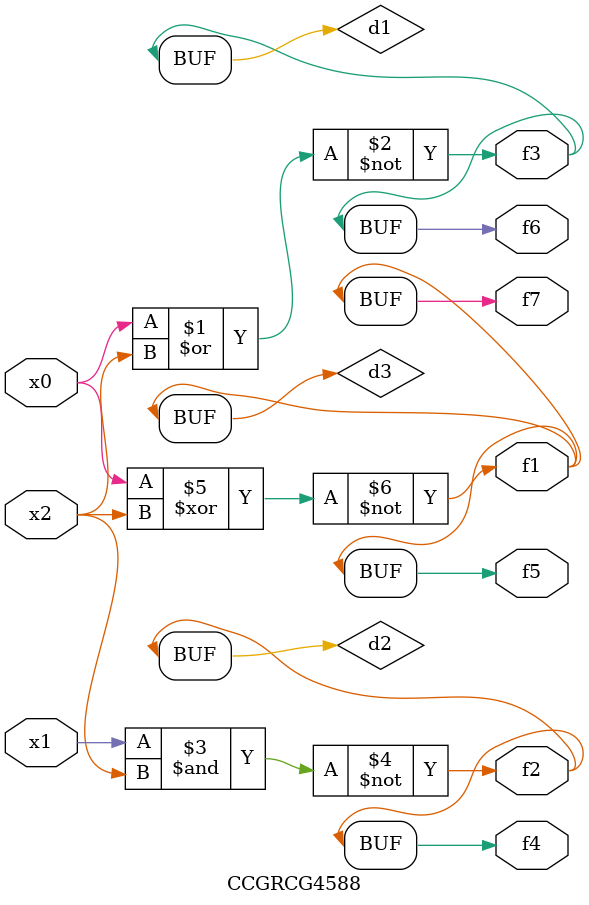
<source format=v>
module CCGRCG4588(
	input x0, x1, x2,
	output f1, f2, f3, f4, f5, f6, f7
);

	wire d1, d2, d3;

	nor (d1, x0, x2);
	nand (d2, x1, x2);
	xnor (d3, x0, x2);
	assign f1 = d3;
	assign f2 = d2;
	assign f3 = d1;
	assign f4 = d2;
	assign f5 = d3;
	assign f6 = d1;
	assign f7 = d3;
endmodule

</source>
